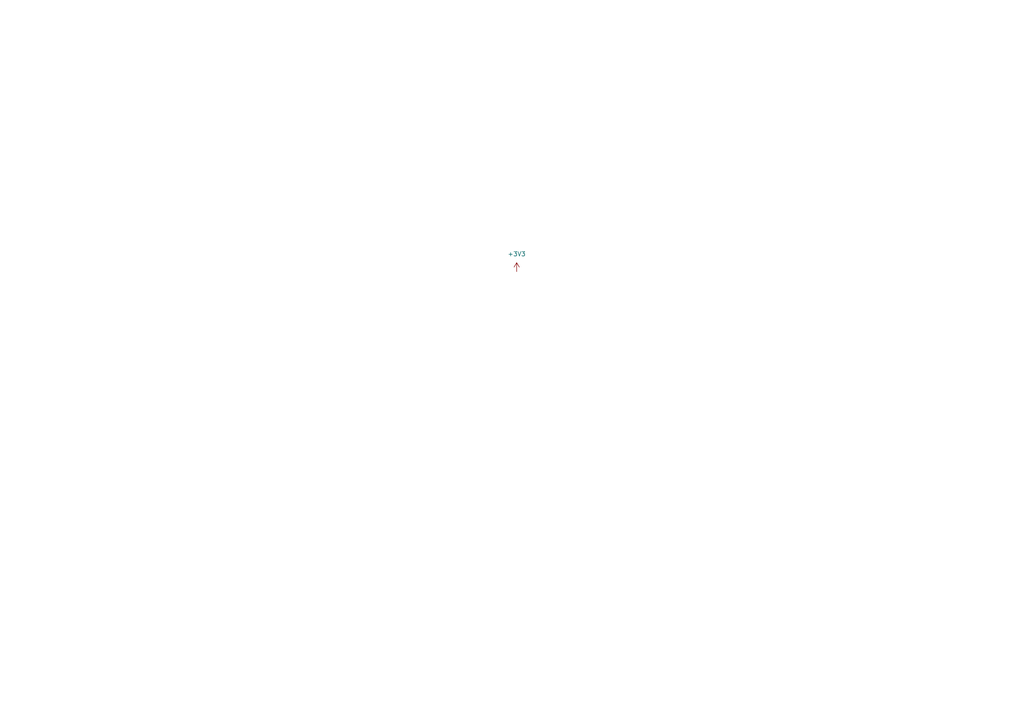
<source format=kicad_sch>
(kicad_sch (version 20231120) (generator "eeschema") (generator_version "8.0")
  (paper "A4")
  (lib_symbols
    (symbol "power:+3V3" (power) (pin_numbers hide) (pin_names (offset 0) hide)
      (property "Value" "+3V3" (at 0 3.556 0))
      (symbol "+3V3_0_1"
        (polyline (pts (xy -0.762 1.27) (xy 0 2.54)))
        (polyline (pts (xy 0 0) (xy 0 2.54)))
        (polyline (pts (xy 0 2.54) (xy 0.762 1.27)))
      )
      (symbol "+3V3_1_1"
        (pin power_in line (at 0 0 90) (length 0) (name "~") (number "1"))
      )
    )
  )
  (symbol (lib_id "power:+3V3") (at 149.86 78.74 0) (unit 1)
    (property "Reference" "#PWR01" (effects (hide yes)))
    (property "Value" "+3V3" (at 149.86 73.66 0))
    (property "Description" "Power symbol creates a global label with name \"+3V3\"" (effects (hide yes)))
  )
)
</source>
